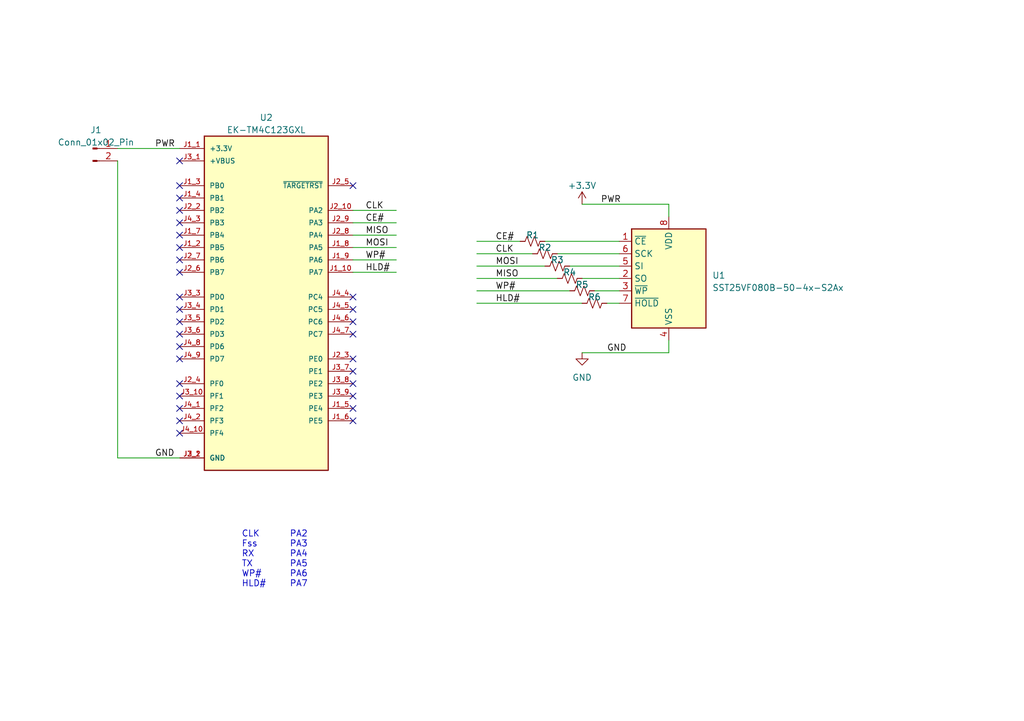
<source format=kicad_sch>
(kicad_sch (version 20230121) (generator eeschema)
  (paper "A5")
  (title_block (title "SOIC-8 Breakout") (date "2023-03-05") (rev "1.1") (company "Jacob Miller"))
  (lib_symbols
    (symbol "Connector:Conn_01x02_Pin" (pin_names (offset 1.016) hide)
      (property "Reference" "J" (at 0 2.54 0))
      (property "Value" "Conn_01x02_Pin" (at 0 -5.08 0))
      (symbol "Conn_01x02_Pin_1_1"
        (polyline (pts (xy 1.27 -2.54) (xy 0.8636 -2.54)) (stroke (width 0.1524)))
        (polyline (pts (xy 1.27 0) (xy 0.8636 0)) (stroke (width 0.1524)))
        (rectangle (start 0.8636 -2.413) (end 0 -2.667) (stroke (width 0.1524)) (fill (type outline)))
        (rectangle (start 0.8636 0.127) (end 0 -0.127) (stroke (width 0.1524)) (fill (type outline)))
        (pin passive line (at 5.08 0 180) (length 3.81) (name "Pin_1") (number "1"))
        (pin passive line (at 5.08 -2.54 180) (length 3.81) (name "Pin_2") (number "2"))
      )
    )
    (symbol "Device:R_Small_US" (pin_numbers hide) (pin_names (offset 0.254) hide)
      (property "Reference" "R" (at 0.762 0.508 0))
      (property "Value" "R_Small_US" (at 0.762 -1.016 0))
      (symbol "R_Small_US_1_1"
        (polyline (pts (xy 0 0) (xy 1.016 -0.381) (xy 0 -0.762) (xy -1.016 -1.143) (xy 0 -1.524)))
        (polyline (pts (xy 0 1.524) (xy 1.016 1.143) (xy 0 0.762) (xy -1.016 0.381) (xy 0 0)))
        (pin passive line (at 0 2.54 270) (length 1.016) (name "~") (number "1"))
        (pin passive line (at 0 -2.54 90) (length 1.016) (name "~") (number "2"))
      )
    )
    (symbol "EK-TM4C123GXL:EK-TM4C123GXL" (pin_names (offset 1.016))
      (property "Reference" "U" (at -12.7367 34.3099 0))
      (property "Value" "EK-TM4C123GXL" (at -12.7129 -38.1075 0))
      (symbol "EK-TM4C123GXL_0_0"
        (rectangle (start -12.7 -35.56) (end 12.7 33.02) (stroke (width 0.254)) (fill (type background)))
        (pin power_in line (at 17.78 30.48 180) (length 5.08) (name "+3.3V") (number "J1_1"))
        (pin bidirectional line (at -17.78 5.08 0) (length 5.08) (name "PA7") (number "J1_10"))
        (pin bidirectional line (at 17.78 10.16 180) (length 5.08) (name "PB5") (number "J1_2"))
        (pin bidirectional line (at 17.78 22.86 180) (length 5.08) (name "PB0") (number "J1_3"))
        (pin bidirectional line (at 17.78 20.32 180) (length 5.08) (name "PB1") (number "J1_4"))
        (pin bidirectional line (at -17.78 -22.86 0) (length 5.08) (name "PE4") (number "J1_5"))
        (pin bidirectional line (at -17.78 -25.4 0) (length 5.08) (name "PE5") (number "J1_6"))
        (pin bidirectional line (at 17.78 12.7 180) (length 5.08) (name "PB4") (number "J1_7"))
        (pin bidirectional line (at -17.78 10.16 0) (length 5.08) (name "PA5") (number "J1_8"))
        (pin bidirectional line (at -17.78 7.62 0) (length 5.08) (name "PA6") (number "J1_9"))
        (pin power_in line (at 17.78 -33.02 180) (length 5.08) (name "GND") (number "J2_1"))
        (pin bidirectional line (at -17.78 17.78 0) (length 5.08) (name "PA2") (number "J2_10"))
        (pin bidirectional line (at 17.78 17.78 180) (length 5.08) (name "PB2") (number "J2_2"))
        (pin bidirectional line (at -17.78 -12.7 0) (length 5.08) (name "PE0") (number "J2_3"))
        (pin bidirectional line (at 17.78 -17.78 180) (length 5.08) (name "PF0") (number "J2_4"))
        (pin input line (at -17.78 22.86 0) (length 5.08) (name "~{TARGETRST}") (number "J2_5"))
        (pin bidirectional line (at 17.78 5.08 180) (length 5.08) (name "PB7") (number "J2_6"))
        (pin bidirectional line (at 17.78 7.62 180) (length 5.08) (name "PB6") (number "J2_7"))
        (pin bidirectional line (at -17.78 12.7 0) (length 5.08) (name "PA4") (number "J2_8"))
        (pin bidirectional line (at -17.78 15.24 0) (length 5.08) (name "PA3") (number "J2_9"))
        (pin power_in line (at 17.78 27.94 180) (length 5.08) (name "+VBUS") (number "J3_1"))
        (pin bidirectional line (at 17.78 -20.32 180) (length 5.08) (name "PF1") (number "J3_10"))
        (pin power_in line (at 17.78 -33.02 180) (length 5.08) (name "GND") (number "J3_2"))
        (pin bidirectional line (at 17.78 0 180) (length 5.08) (name "PD0") (number "J3_3"))
        (pin bidirectional line (at 17.78 -2.54 180) (length 5.08) (name "PD1") (number "J3_4"))
        (pin bidirectional line (at 17.78 -5.08 180) (length 5.08) (name "PD2") (number "J3_5"))
        (pin bidirectional line (at 17.78 -7.62 180) (length 5.08) (name "PD3") (number "J3_6"))
        (pin bidirectional line (at -17.78 -15.24 0) (length 5.08) (name "PE1") (number "J3_7"))
        (pin bidirectional line (at -17.78 -17.78 0) (length 5.08) (name "PE2") (number "J3_8"))
        (pin bidirectional line (at -17.78 -20.32 0) (length 5.08) (name "PE3") (number "J3_9"))
        (pin bidirectional line (at 17.78 -22.86 180) (length 5.08) (name "PF2") (number "J4_1"))
        (pin bidirectional line (at 17.78 -27.94 180) (length 5.08) (name "PF4") (number "J4_10"))
        (pin bidirectional line (at 17.78 -25.4 180) (length 5.08) (name "PF3") (number "J4_2"))
        (pin bidirectional line (at 17.78 15.24 180) (length 5.08) (name "PB3") (number "J4_3"))
        (pin bidirectional line (at -17.78 0 0) (length 5.08) (name "PC4") (number "J4_4"))
        (pin bidirectional line (at -17.78 -2.54 0) (length 5.08) (name "PC5") (number "J4_5"))
        (pin bidirectional line (at -17.78 -5.08 0) (length 5.08) (name "PC6") (number "J4_6"))
        (pin bidirectional line (at -17.78 -7.62 0) (length 5.08) (name "PC7") (number "J4_7"))
        (pin bidirectional line (at 17.78 -10.16 180) (length 5.08) (name "PD6") (number "J4_8"))
        (pin bidirectional line (at 17.78 -12.7 180) (length 5.08) (name "PD7") (number "J4_9"))
      )
    )
    (symbol "Memory_Flash:SST25VF080B-50-4x-S2Ax"
      (property "Reference" "U" (at -6.35 11.43 0))
      (property "Value" "SST25VF080B-50-4x-S2Ax" (at 13.97 11.43 0))
      (symbol "SST25VF080B-50-4x-S2Ax_0_1"
        (rectangle (start -7.62 10.16) (end 7.62 -10.16) (stroke (width 0.254)) (fill (type background)))
      )
      (symbol "SST25VF080B-50-4x-S2Ax_1_1"
        (pin input line (at -10.16 7.62 0) (length 2.54) (name "~{CE}") (number "1"))
        (pin output line (at -10.16 0 0) (length 2.54) (name "SO") (number "2"))
        (pin input line (at -10.16 -2.54 0) (length 2.54) (name "~{WP}") (number "3"))
        (pin power_in line (at 0 -12.7 90) (length 2.54) (name "VSS") (number "4"))
        (pin input line (at -10.16 2.54 0) (length 2.54) (name "SI") (number "5"))
        (pin input line (at -10.16 5.08 0) (length 2.54) (name "SCK") (number "6"))
        (pin input line (at -10.16 -5.08 0) (length 2.54) (name "~{HOLD}") (number "7"))
        (pin power_in line (at 0 12.7 270) (length 2.54) (name "VDD") (number "8"))
      )
    )
    (symbol "power:+3.3V" (power) (pin_names (offset 0))
      (property "Value" "+3.3V" (at 0 3.556 0))
      (symbol "+3.3V_0_1"
        (polyline (pts (xy -0.762 1.27) (xy 0 2.54)))
        (polyline (pts (xy 0 0) (xy 0 2.54)))
        (polyline (pts (xy 0 2.54) (xy 0.762 1.27)))
      )
      (symbol "+3.3V_1_1"
        (pin power_in line (at 0 0 90) (length 0) hide (name "+3.3V") (number "1"))
      )
    )
    (symbol "power:GND" (power) (pin_names (offset 0))
      (property "Value" "GND" (at 0 -3.81 0))
      (symbol "GND_0_1"
        (polyline (pts (xy 0 0) (xy 0 -1.27) (xy 1.27 -1.27) (xy 0 -2.54) (xy -1.27 -1.27) (xy 0 -1.27)))
      )
      (symbol "GND_1_1"
        (pin power_in line (at 0 0 270) (length 0) hide (name "GND") (number "1"))
      )
    )
  )
  (no_connect (at 72.39 76.2))
  (no_connect (at 72.39 73.66))
  (no_connect (at 72.39 78.74))
  (no_connect (at 72.39 81.28))
  (no_connect (at 36.83 38.1))
  (no_connect (at 36.83 81.28))
  (no_connect (at 36.83 33.02))
  (no_connect (at 36.83 48.26))
  (no_connect (at 72.39 68.58))
  (no_connect (at 36.83 88.9))
  (no_connect (at 36.83 55.88))
  (no_connect (at 36.83 78.74))
  (no_connect (at 36.83 86.36))
  (no_connect (at 36.83 73.66))
  (no_connect (at 36.83 50.8))
  (no_connect (at 72.39 63.5))
  (no_connect (at 36.83 83.82))
  (no_connect (at 72.39 83.82))
  (no_connect (at 72.39 38.1))
  (no_connect (at 36.83 53.34))
  (no_connect (at 72.39 66.04))
  (no_connect (at 36.83 63.5))
  (no_connect (at 36.83 68.58))
  (no_connect (at 36.83 45.72))
  (no_connect (at 36.83 66.04))
  (no_connect (at 36.83 40.64))
  (no_connect (at 72.39 60.96))
  (no_connect (at 36.83 60.96))
  (no_connect (at 36.83 71.12))
  (no_connect (at 72.39 86.36))
  (no_connect (at 36.83 43.18))
  (wire (pts (xy 72.39 53.34) (xy 81.28 53.34)))
  (wire (pts (xy 116.84 54.61) (xy 127 54.61)))
  (wire (pts (xy 121.92 59.69) (xy 127 59.69)))
  (wire (pts (xy 97.79 59.69) (xy 116.84 59.69)))
  (wire (pts (xy 119.38 57.15) (xy 127 57.15)))
  (wire (pts (xy 97.79 49.53) (xy 106.68 49.53)))
  (wire (pts (xy 119.38 41.91) (xy 137.16 41.91)))
  (wire (pts (xy 24.13 33.02) (xy 24.13 93.98)))
  (wire (pts (xy 72.39 45.72) (xy 81.28 45.72)))
  (wire (pts (xy 124.46 62.23) (xy 127 62.23)))
  (wire (pts (xy 72.39 48.26) (xy 81.28 48.26)))
  (wire (pts (xy 24.13 30.48) (xy 36.83 30.48)))
  (wire (pts (xy 72.39 50.8) (xy 81.28 50.8)))
  (wire (pts (xy 97.79 54.61) (xy 111.76 54.61)))
  (wire (pts (xy 119.38 72.39) (xy 137.16 72.39)))
  (wire (pts (xy 111.76 49.53) (xy 127 49.53)))
  (wire (pts (xy 72.39 43.18) (xy 81.28 43.18)))
  (wire (pts (xy 137.16 72.39) (xy 137.16 69.85)))
  (wire (pts (xy 97.79 52.07) (xy 109.22 52.07)))
  (wire (pts (xy 114.3 52.07) (xy 127 52.07)))
  (wire (pts (xy 97.79 62.23) (xy 119.38 62.23)))
  (wire (pts (xy 137.16 41.91) (xy 137.16 44.45)))
  (wire (pts (xy 24.13 93.98) (xy 36.83 93.98)))
  (wire (pts (xy 97.79 57.15) (xy 114.3 57.15)))
  (wire (pts (xy 72.39 55.88) (xy 81.28 55.88)))
  (text "CLK		PA2\nFss		PA3\nRX 		PA4\nTX		PA5\nWP#		PA6\nHLD# 	PA7\n" (at 49.53 120.65 0) (effects (font (size 1.27 1.27)) (justify left bottom)))
  (label "PWR" (at 31.75 30.48 0))
  (label "CLK" (at 101.6 52.07 0))
  (label "GND" (at 124.46 72.39 0))
  (label "CE#" (at 101.6 49.53 0))
  (label "WP#" (at 101.6 59.69 0))
  (label "CE#" (at 74.93 45.72 0))
  (label "WP#" (at 74.93 53.34 0))
  (label "CLK" (at 74.93 43.18 0))
  (label "GND" (at 31.75 93.98 0))
  (label "HLD#" (at 101.6 62.23 0))
  (label "MOSI" (at 74.93 50.8 0))
  (label "HLD#" (at 74.93 55.88 0))
  (label "MOSI" (at 101.6 54.61 0))
  (label "PWR" (at 123.19 41.91 0))
  (label "MISO" (at 74.93 48.26 0))
  (label "MISO" (at 101.6 57.15 0))
  (symbol (lib_id "Device:R_Small_US") (at 109.22 49.53 90) (unit 1)
    (property "Reference" "R1" (at 109.22 48.26 90))
    (property "Value" "R_Small_US" (effects hide))
    (property "Footprint" "Resistor_SMD:R_0805_2012Metric_Pad1.20x1.40mm_HandSolder" (effects hide))
  )
  (symbol (lib_id "Device:R_Small_US") (at 121.92 62.23 270) (unit 1)
    (property "Reference" "R6" (at 121.92 60.96 90))
    (property "Value" "R_Small_US" (effects hide))
    (property "Footprint" "Resistor_SMD:R_0805_2012Metric_Pad1.20x1.40mm_HandSolder" (effects hide))
  )
  (symbol (lib_id "power:GND") (at 119.38 72.39 0) (unit 1)
    (property "Reference" "#PWR02" (effects hide))
    (property "Value" "GND" (at 119.38 77.47 0))
  )
  (symbol (lib_id "Device:R_Small_US") (at 116.84 57.15 270) (unit 1)
    (property "Reference" "R4" (at 116.84 55.88 90))
    (property "Value" "R_Small_US" (effects hide))
    (property "Footprint" "Resistor_SMD:R_0805_2012Metric_Pad1.20x1.40mm_HandSolder" (effects hide))
  )
  (symbol (lib_id "Device:R_Small_US") (at 111.76 52.07 270) (unit 1)
    (property "Reference" "R2" (at 111.76 50.8 90))
    (property "Value" "R_Small_US" (effects hide))
    (property "Footprint" "Resistor_SMD:R_0805_2012Metric_Pad1.20x1.40mm_HandSolder" (effects hide))
  )
  (symbol (lib_id "Device:R_Small_US") (at 119.38 59.69 270) (unit 1)
    (property "Reference" "R5" (at 119.38 58.42 90))
    (property "Value" "R_Small_US" (effects hide))
    (property "Footprint" "Resistor_SMD:R_0805_2012Metric_Pad1.20x1.40mm_HandSolder" (effects hide))
  )
  (symbol (lib_id "Memory_Flash:SST25VF080B-50-4x-S2Ax") (at 137.16 57.15 0) (unit 1)
    (property "Reference" "U1" (at 146.05 56.515 0) (effects (justify left)))
    (property "Value" "SST25VF080B-50-4x-S2Ax" (at 146.05 59.055 0) (effects (justify left)))
    (property "Footprint" "Package_SO:SOIC-8_5.275x5.275mm_P1.27mm" (effects hide))
    (property "Datasheet" "http://ww1.microchip.com/downloads/en/DeviceDoc/20005045C.pdf" (effects hide))
  )
  (symbol (lib_id "Device:R_Small_US") (at 114.3 54.61 270) (unit 1)
    (property "Reference" "R3" (at 114.3 53.34 90))
    (property "Value" "R_Small_US" (effects hide))
    (property "Footprint" "Resistor_SMD:R_0805_2012Metric_Pad1.20x1.40mm_HandSolder" (effects hide))
  )
  (symbol (lib_id "Connector:Conn_01x02_Pin") (at 19.05 30.48 0) (unit 1)
    (property "Reference" "J1" (at 19.685 26.67 0))
    (property "Value" "Conn_01x02_Pin" (at 19.685 29.21 0))
    (property "Footprint" "Connector_PinHeader_2.54mm:PinHeader_1x02_P2.54mm_Vertical" (effects hide))
  )
  (symbol (lib_id "EK-TM4C123GXL:EK-TM4C123GXL") (at 54.61 60.96 0) (mirror y) (unit 1)
    (property "Reference" "U2" (at 54.61 24.13 0))
    (property "Value" "EK-TM4C123GXL" (at 54.61 26.67 0))
    (property "Footprint" "EK-TM4C123GXL:MODULE_EK-TM4C123GXL" (effects hide))
    (property "PARTREV" "April 2013" (effects hide))
    (property "MANUFACTURER" "Texas Instruments" (effects hide))
    (property "STANDARD" "Manufacturer Recommendations" (effects hide))
    (property "MAXIMUM_PACKAGE_HIEGHT" "N/A" (effects hide))
  )
  (symbol (lib_id "power:+3.3V") (at 119.38 41.91 0) (unit 1)
    (property "Reference" "#PWR01" (effects hide))
    (property "Value" "+3.3V" (at 119.38 38.1 0))
  )
)
</source>
